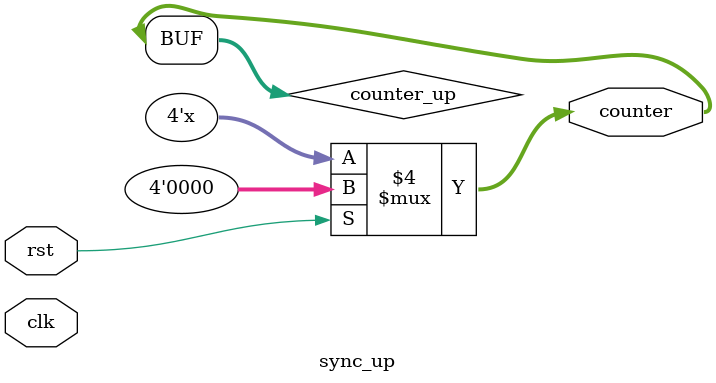
<source format=v>
`timescale 1ns / 1ps

module sync_up(
    input clk,
    input rst,output [3:0]counter);
    reg [3:0]counter_up;
 always@(clk or rst)
 begin
 if(rst)
 counter_up<=4'd0;
 else
 counter_up<=counter_up+4'd1;
 end
 assign counter=counter_up;
endmodule

</source>
